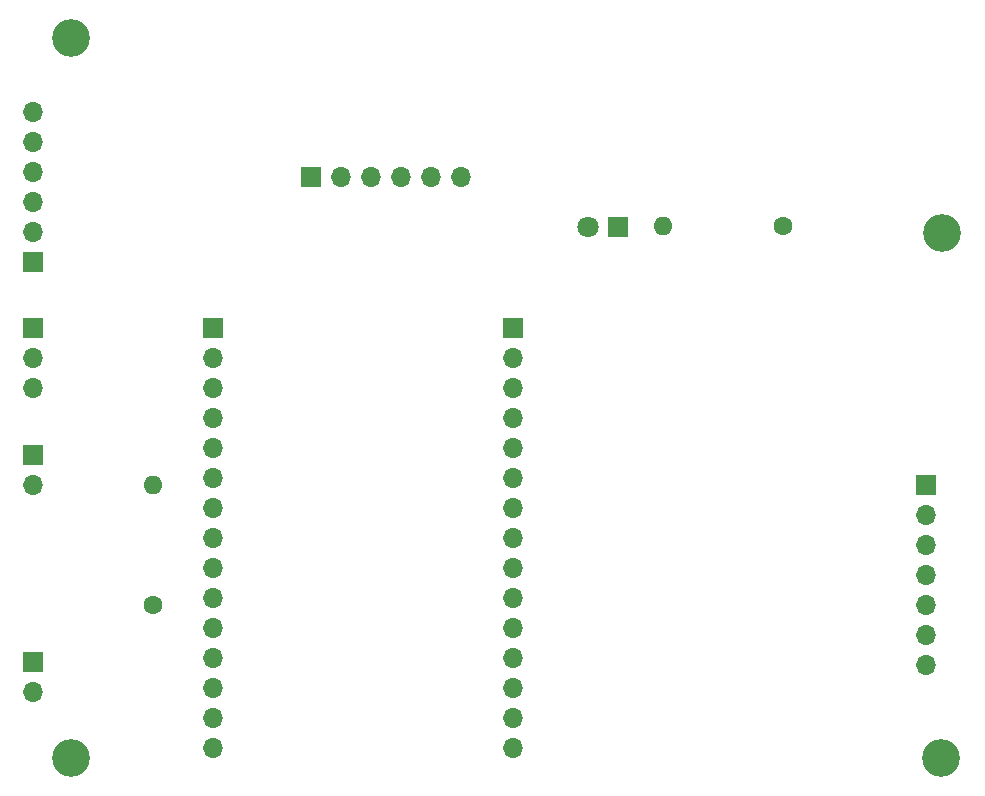
<source format=gbr>
%TF.GenerationSoftware,KiCad,Pcbnew,9.0.0*%
%TF.CreationDate,2025-03-28T21:12:20-05:00*%
%TF.ProjectId,ws-control-board,77732d63-6f6e-4747-926f-6c2d626f6172,rev?*%
%TF.SameCoordinates,Original*%
%TF.FileFunction,Soldermask,Top*%
%TF.FilePolarity,Negative*%
%FSLAX46Y46*%
G04 Gerber Fmt 4.6, Leading zero omitted, Abs format (unit mm)*
G04 Created by KiCad (PCBNEW 9.0.0) date 2025-03-28 21:12:20*
%MOMM*%
%LPD*%
G01*
G04 APERTURE LIST*
%ADD10O,1.700000X1.700000*%
%ADD11R,1.700000X1.700000*%
%ADD12C,3.200000*%
%ADD13C,1.600000*%
%ADD14O,1.600000X1.600000*%
%ADD15R,1.800000X1.800000*%
%ADD16C,1.800000*%
G04 APERTURE END LIST*
D10*
%TO.C,J4*%
X142875000Y-71060000D03*
X140335000Y-71060000D03*
X137795000Y-71060000D03*
X135255000Y-71060000D03*
X132715000Y-71060000D03*
D11*
X130175000Y-71060000D03*
%TD*%
%TO.C,J5*%
X106680000Y-78232000D03*
D10*
X106680000Y-75692000D03*
X106680000Y-73152000D03*
X106680000Y-70612000D03*
X106680000Y-68072000D03*
X106680000Y-65532000D03*
%TD*%
D11*
%TO.C,J3*%
X182245000Y-97155000D03*
D10*
X182245000Y-99695000D03*
X182245000Y-102235000D03*
X182245000Y-104775000D03*
X182245000Y-107315000D03*
X182245000Y-109855000D03*
X182245000Y-112395000D03*
%TD*%
D11*
%TO.C,J2*%
X121920000Y-83820000D03*
D10*
X121920000Y-86360000D03*
X121920000Y-88900000D03*
X121920000Y-91440000D03*
X121920000Y-93980000D03*
X121920000Y-96520000D03*
X121920000Y-99060000D03*
X121920000Y-101600000D03*
X121920000Y-104140000D03*
X121920000Y-106680000D03*
X121920000Y-109220000D03*
X121920000Y-111760000D03*
X121920000Y-114300000D03*
X121920000Y-116840000D03*
X121920000Y-119380000D03*
%TD*%
D11*
%TO.C,J1*%
X147320000Y-83820000D03*
D10*
X147320000Y-86360000D03*
X147320000Y-88900000D03*
X147320000Y-91440000D03*
X147320000Y-93980000D03*
X147320000Y-96520000D03*
X147320000Y-99060000D03*
X147320000Y-101600000D03*
X147320000Y-104140000D03*
X147320000Y-106680000D03*
X147320000Y-109220000D03*
X147320000Y-111760000D03*
X147320000Y-114300000D03*
X147320000Y-116840000D03*
X147320000Y-119380000D03*
%TD*%
D12*
%TO.C,H2*%
X109855000Y-59309000D03*
%TD*%
%TO.C,H3*%
X183642000Y-75819000D03*
%TD*%
D13*
%TO.C,R2*%
X116840000Y-107315000D03*
D14*
X116840000Y-97155000D03*
%TD*%
D11*
%TO.C,J8*%
X106680000Y-112141000D03*
D10*
X106680000Y-114681000D03*
%TD*%
D11*
%TO.C,J7*%
X106680000Y-94615000D03*
D10*
X106680000Y-97155000D03*
%TD*%
D11*
%TO.C,J6*%
X106680000Y-83820000D03*
D10*
X106680000Y-86360000D03*
X106680000Y-88900000D03*
%TD*%
D13*
%TO.C,R1*%
X170180000Y-75184000D03*
D14*
X160020000Y-75184000D03*
%TD*%
D12*
%TO.C,H4*%
X109855000Y-120269000D03*
%TD*%
D15*
%TO.C,D1*%
X156210000Y-75311000D03*
D16*
X153670000Y-75311000D03*
%TD*%
D12*
%TO.C,H1*%
X183515000Y-120269000D03*
%TD*%
M02*

</source>
